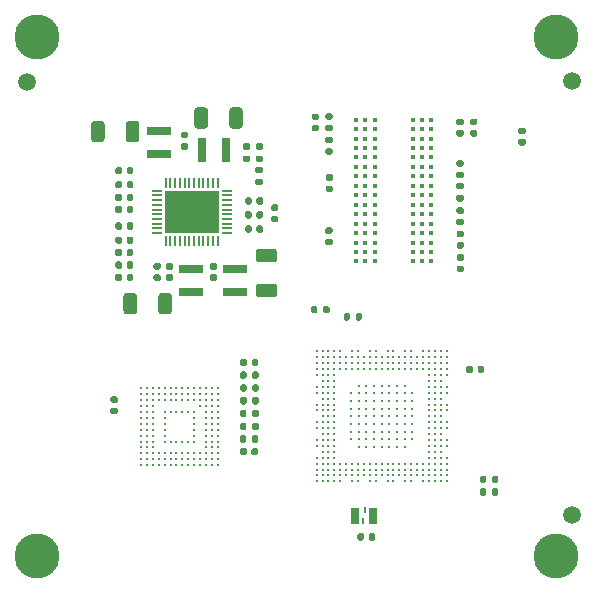
<source format=gbr>
%TF.GenerationSoftware,KiCad,Pcbnew,5.1.10-88a1d61d58~88~ubuntu20.04.1*%
%TF.CreationDate,2021-06-10T18:40:27+05:30*%
%TF.ProjectId,LB1A_DCA7M4_R512MB_F4GB,4c423141-5f44-4434-9137-4d345f523531,1.0.0*%
%TF.SameCoordinates,Original*%
%TF.FileFunction,Soldermask,Top*%
%TF.FilePolarity,Negative*%
%FSLAX46Y46*%
G04 Gerber Fmt 4.6, Leading zero omitted, Abs format (unit mm)*
G04 Created by KiCad (PCBNEW 5.1.10-88a1d61d58~88~ubuntu20.04.1) date 2021-06-10 18:40:27*
%MOMM*%
%LPD*%
G01*
G04 APERTURE LIST*
%ADD10C,0.240000*%
%ADD11C,3.800000*%
%ADD12C,0.410000*%
%ADD13C,1.500000*%
%ADD14R,0.200000X0.500000*%
%ADD15R,0.700000X1.400000*%
%ADD16R,0.200000X0.850000*%
%ADD17R,0.850000X0.200000*%
%ADD18R,4.600000X3.600000*%
%ADD19C,0.290000*%
%ADD20R,2.000000X0.800000*%
%ADD21R,0.800000X2.000000*%
G04 APERTURE END LIST*
D10*
%TO.C,U1*%
X152710000Y-96140000D03*
X152710000Y-96640000D03*
X152710000Y-97140000D03*
X152710000Y-97640000D03*
X152710000Y-98140000D03*
X152710000Y-99140000D03*
X152710000Y-99640000D03*
X152710000Y-100640000D03*
X152710000Y-101140000D03*
X152710000Y-102140000D03*
X152710000Y-102640000D03*
X152710000Y-103640000D03*
X152710000Y-104140000D03*
X152710000Y-105140000D03*
X152710000Y-105640000D03*
X152710000Y-106140000D03*
X152710000Y-106640000D03*
X152710000Y-107140000D03*
X152210000Y-96140000D03*
X152210000Y-96640000D03*
X152210000Y-97140000D03*
X152210000Y-97640000D03*
X152210000Y-98140000D03*
X152210000Y-98640000D03*
X152210000Y-99140000D03*
X152210000Y-99640000D03*
X152210000Y-100140000D03*
X152210000Y-100640000D03*
X152210000Y-101140000D03*
X152210000Y-101640000D03*
X152210000Y-102140000D03*
X152210000Y-102640000D03*
X152210000Y-103140000D03*
X152210000Y-103640000D03*
X152210000Y-104140000D03*
X152210000Y-104640000D03*
X152210000Y-105140000D03*
X152210000Y-105640000D03*
X152210000Y-106140000D03*
X152210000Y-106640000D03*
X152210000Y-107140000D03*
X151710000Y-96140000D03*
X151710000Y-96640000D03*
X151710000Y-97140000D03*
X151710000Y-97640000D03*
X151710000Y-98140000D03*
X151710000Y-98640000D03*
X151710000Y-99140000D03*
X151710000Y-99640000D03*
X151710000Y-100140000D03*
X151710000Y-100640000D03*
X151710000Y-101140000D03*
X151710000Y-101640000D03*
X151710000Y-102140000D03*
X151710000Y-102640000D03*
X151710000Y-103140000D03*
X151710000Y-103640000D03*
X151710000Y-104140000D03*
X151710000Y-104640000D03*
X151710000Y-105140000D03*
X151710000Y-105640000D03*
X151710000Y-106140000D03*
X151710000Y-106640000D03*
X151710000Y-107140000D03*
X151210000Y-96140000D03*
X151210000Y-96640000D03*
X151210000Y-97140000D03*
X151210000Y-97640000D03*
X151210000Y-98140000D03*
X151210000Y-98640000D03*
X151210000Y-99140000D03*
X151210000Y-99640000D03*
X151210000Y-100140000D03*
X151210000Y-100640000D03*
X151210000Y-101140000D03*
X151210000Y-101640000D03*
X151210000Y-102140000D03*
X151210000Y-102640000D03*
X151210000Y-103140000D03*
X151210000Y-103640000D03*
X151210000Y-104140000D03*
X151210000Y-104640000D03*
X151210000Y-105140000D03*
X151210000Y-105640000D03*
X151210000Y-106140000D03*
X151210000Y-106640000D03*
X151210000Y-107140000D03*
X150710000Y-96140000D03*
X150710000Y-96640000D03*
X150710000Y-97140000D03*
X150710000Y-97640000D03*
X150710000Y-105640000D03*
X150710000Y-106140000D03*
X150710000Y-106640000D03*
X150710000Y-107140000D03*
X150210000Y-96640000D03*
X150210000Y-97140000D03*
X150210000Y-97640000D03*
X150210000Y-105640000D03*
X150210000Y-106140000D03*
X150210000Y-106640000D03*
X149710000Y-96140000D03*
X149710000Y-96640000D03*
X149710000Y-97140000D03*
X149710000Y-97640000D03*
X149710000Y-105640000D03*
X149710000Y-106140000D03*
X149710000Y-106640000D03*
X149710000Y-107140000D03*
X149210000Y-96140000D03*
X149210000Y-96640000D03*
X149210000Y-97140000D03*
X149210000Y-97640000D03*
X149810000Y-99690000D03*
X149810000Y-100340000D03*
X149810000Y-100990000D03*
X149810000Y-101640000D03*
X149810000Y-102290000D03*
X149810000Y-102940000D03*
X149810000Y-103590000D03*
X149210000Y-105640000D03*
X149210000Y-106140000D03*
X149210000Y-106640000D03*
X149210000Y-107140000D03*
X148710000Y-96640000D03*
X148710000Y-97140000D03*
X148710000Y-97640000D03*
X149160000Y-99040000D03*
X149160000Y-99690000D03*
X149160000Y-100340000D03*
X149160000Y-100990000D03*
X149160000Y-101640000D03*
X149160000Y-102290000D03*
X149160000Y-102940000D03*
X149160000Y-103590000D03*
X149160000Y-104240000D03*
X148710000Y-105640000D03*
X148710000Y-106140000D03*
X148710000Y-106640000D03*
X148210000Y-96140000D03*
X148210000Y-96640000D03*
X148210000Y-97140000D03*
X148210000Y-97640000D03*
X148510000Y-99040000D03*
X148510000Y-99690000D03*
X148510000Y-100340000D03*
X148510000Y-100990000D03*
X148510000Y-101640000D03*
X148510000Y-102290000D03*
X148510000Y-102940000D03*
X148510000Y-103590000D03*
X148510000Y-104240000D03*
X148210000Y-105640000D03*
X148210000Y-106140000D03*
X148210000Y-106640000D03*
X148210000Y-107140000D03*
X147710000Y-96140000D03*
X147710000Y-96640000D03*
X147710000Y-97140000D03*
X147710000Y-97640000D03*
X147860000Y-99040000D03*
X147860000Y-99690000D03*
X147860000Y-100340000D03*
X147860000Y-100990000D03*
X147860000Y-101640000D03*
X147860000Y-102290000D03*
X147860000Y-102940000D03*
X147860000Y-103590000D03*
X147860000Y-104240000D03*
X147710000Y-105640000D03*
X147710000Y-106140000D03*
X147710000Y-106640000D03*
X147710000Y-107140000D03*
X147210000Y-96640000D03*
X147210000Y-97140000D03*
X147210000Y-97640000D03*
X147210000Y-99040000D03*
X147210000Y-99690000D03*
X147210000Y-100340000D03*
X147210000Y-100990000D03*
X147210000Y-101640000D03*
X147210000Y-102290000D03*
X147210000Y-102940000D03*
X147210000Y-103590000D03*
X147210000Y-104240000D03*
X147210000Y-105640000D03*
X147210000Y-106140000D03*
X147210000Y-106640000D03*
X146710000Y-96140000D03*
X146710000Y-96640000D03*
X146710000Y-97140000D03*
X146710000Y-97640000D03*
X146560000Y-99040000D03*
X146560000Y-99690000D03*
X146560000Y-100340000D03*
X146560000Y-100990000D03*
X146560000Y-101640000D03*
X146560000Y-102290000D03*
X146560000Y-102940000D03*
X146560000Y-103590000D03*
X146560000Y-104240000D03*
X146710000Y-105640000D03*
X146710000Y-106140000D03*
X146710000Y-106640000D03*
X146710000Y-107140000D03*
X146210000Y-96140000D03*
X146210000Y-96640000D03*
X146210000Y-97140000D03*
X146210000Y-97640000D03*
X145910000Y-99040000D03*
X145910000Y-99690000D03*
X145910000Y-100340000D03*
X145910000Y-100990000D03*
X145910000Y-101640000D03*
X145910000Y-102290000D03*
X145910000Y-102940000D03*
X145910000Y-103590000D03*
X145910000Y-104240000D03*
X146210000Y-105640000D03*
X146210000Y-106140000D03*
X146210000Y-106640000D03*
X146210000Y-107140000D03*
X145710000Y-96640000D03*
X145710000Y-97140000D03*
X145710000Y-97640000D03*
X145260000Y-99040000D03*
X145260000Y-99690000D03*
X145260000Y-100340000D03*
X145260000Y-100990000D03*
X145260000Y-101640000D03*
X145260000Y-102290000D03*
X145260000Y-102940000D03*
X145260000Y-103590000D03*
X145260000Y-104240000D03*
X145710000Y-105640000D03*
X145710000Y-106140000D03*
X145710000Y-106640000D03*
X145210000Y-96140000D03*
X145210000Y-96640000D03*
X145210000Y-97140000D03*
X145210000Y-97640000D03*
X144610000Y-99690000D03*
X144610000Y-100340000D03*
X144610000Y-100990000D03*
X144610000Y-101640000D03*
X144610000Y-102290000D03*
X144610000Y-102940000D03*
X144610000Y-103590000D03*
X145210000Y-105640000D03*
X145210000Y-106140000D03*
X145210000Y-106640000D03*
X145210000Y-107140000D03*
X144710000Y-96140000D03*
X144710000Y-96640000D03*
X144710000Y-97140000D03*
X144710000Y-97640000D03*
X144710000Y-105640000D03*
X144710000Y-106140000D03*
X144710000Y-106640000D03*
X144710000Y-107140000D03*
X144210000Y-96640000D03*
X144210000Y-97140000D03*
X144210000Y-97640000D03*
X144210000Y-105640000D03*
X144210000Y-106140000D03*
X144210000Y-106640000D03*
X143710000Y-96140000D03*
X143710000Y-96640000D03*
X143710000Y-97140000D03*
X143710000Y-97640000D03*
X143710000Y-105640000D03*
X143710000Y-106140000D03*
X143710000Y-106640000D03*
X143710000Y-107140000D03*
X143210000Y-96140000D03*
X143210000Y-96640000D03*
X143210000Y-97140000D03*
X143210000Y-97640000D03*
X143210000Y-98140000D03*
X143210000Y-98640000D03*
X143210000Y-99140000D03*
X143210000Y-99640000D03*
X143210000Y-100140000D03*
X143210000Y-100640000D03*
X143210000Y-101140000D03*
X143210000Y-101640000D03*
X143210000Y-102140000D03*
X143210000Y-102640000D03*
X143210000Y-103140000D03*
X143210000Y-103640000D03*
X143210000Y-104140000D03*
X143210000Y-104640000D03*
X143210000Y-105140000D03*
X143210000Y-105640000D03*
X143210000Y-106140000D03*
X143210000Y-106640000D03*
X143210000Y-107140000D03*
X142710000Y-96140000D03*
X142710000Y-96640000D03*
X142710000Y-97140000D03*
X142710000Y-97640000D03*
X142710000Y-98140000D03*
X142710000Y-98640000D03*
X142710000Y-99140000D03*
X142710000Y-99640000D03*
X142710000Y-100140000D03*
X142710000Y-100640000D03*
X142710000Y-101140000D03*
X142710000Y-101640000D03*
X142710000Y-102140000D03*
X142710000Y-102640000D03*
X142710000Y-103140000D03*
X142710000Y-103640000D03*
X142710000Y-104140000D03*
X142710000Y-104640000D03*
X142710000Y-105140000D03*
X142710000Y-105640000D03*
X142710000Y-106140000D03*
X142710000Y-106640000D03*
X142710000Y-107140000D03*
X142210000Y-96140000D03*
X142210000Y-96640000D03*
X142210000Y-97140000D03*
X142210000Y-97640000D03*
X142210000Y-98140000D03*
X142210000Y-98640000D03*
X142210000Y-99140000D03*
X142210000Y-99640000D03*
X142210000Y-100140000D03*
X142210000Y-100640000D03*
X142210000Y-101140000D03*
X142210000Y-101640000D03*
X142210000Y-102140000D03*
X142210000Y-102640000D03*
X142210000Y-103140000D03*
X142210000Y-103640000D03*
X142210000Y-104140000D03*
X142210000Y-104640000D03*
X142210000Y-105140000D03*
X142210000Y-105640000D03*
X142210000Y-106140000D03*
X142210000Y-106640000D03*
X142210000Y-107140000D03*
X141710000Y-96140000D03*
X141710000Y-96640000D03*
X141710000Y-97140000D03*
X141710000Y-97640000D03*
X141710000Y-98140000D03*
X141710000Y-99140000D03*
X141710000Y-99640000D03*
X141710000Y-100640000D03*
X141710000Y-101140000D03*
X141710000Y-102140000D03*
X141710000Y-102640000D03*
X141710000Y-103640000D03*
X141710000Y-104140000D03*
X141710000Y-105140000D03*
X141710000Y-105640000D03*
X141710000Y-106140000D03*
X141710000Y-106640000D03*
X141710000Y-107140000D03*
%TD*%
D11*
%TO.C,H4*%
X118000000Y-113500000D03*
%TD*%
%TO.C,H3*%
X162000000Y-113500000D03*
%TD*%
%TO.C,H2*%
X162000000Y-69500000D03*
%TD*%
%TO.C,H1*%
X118000000Y-69500000D03*
%TD*%
D10*
%TO.C,U1*%
X141710000Y-107140000D03*
X141710000Y-106640000D03*
X141710000Y-106140000D03*
X141710000Y-105640000D03*
X141710000Y-105140000D03*
X141710000Y-104140000D03*
X141710000Y-103640000D03*
X141710000Y-102640000D03*
X141710000Y-102140000D03*
X141710000Y-101140000D03*
X141710000Y-100640000D03*
X141710000Y-99640000D03*
X141710000Y-99140000D03*
X141710000Y-98140000D03*
X141710000Y-97640000D03*
X141710000Y-97140000D03*
X141710000Y-96640000D03*
X141710000Y-96140000D03*
X142210000Y-107140000D03*
X142210000Y-106640000D03*
X142210000Y-106140000D03*
X142210000Y-105640000D03*
X142210000Y-105140000D03*
X142210000Y-104640000D03*
X142210000Y-104140000D03*
X142210000Y-103640000D03*
X142210000Y-103140000D03*
X142210000Y-102640000D03*
X142210000Y-102140000D03*
X142210000Y-101640000D03*
X142210000Y-101140000D03*
X142210000Y-100640000D03*
X142210000Y-100140000D03*
X142210000Y-99640000D03*
X142210000Y-99140000D03*
X142210000Y-98640000D03*
X142210000Y-98140000D03*
X142210000Y-97640000D03*
X142210000Y-97140000D03*
X142210000Y-96640000D03*
X142210000Y-96140000D03*
X142710000Y-107140000D03*
X142710000Y-106640000D03*
X142710000Y-106140000D03*
X142710000Y-105640000D03*
X142710000Y-105140000D03*
X142710000Y-104640000D03*
X142710000Y-104140000D03*
X142710000Y-103640000D03*
X142710000Y-103140000D03*
X142710000Y-102640000D03*
X142710000Y-102140000D03*
X142710000Y-101640000D03*
X142710000Y-101140000D03*
X142710000Y-100640000D03*
X142710000Y-100140000D03*
X142710000Y-99640000D03*
X142710000Y-99140000D03*
X142710000Y-98640000D03*
X142710000Y-98140000D03*
X142710000Y-97640000D03*
X142710000Y-97140000D03*
X142710000Y-96640000D03*
X142710000Y-96140000D03*
X143210000Y-107140000D03*
X143210000Y-106640000D03*
X143210000Y-106140000D03*
X143210000Y-105640000D03*
X143210000Y-105140000D03*
X143210000Y-104640000D03*
X143210000Y-104140000D03*
X143210000Y-103640000D03*
X143210000Y-103140000D03*
X143210000Y-102640000D03*
X143210000Y-102140000D03*
X143210000Y-101640000D03*
X143210000Y-101140000D03*
X143210000Y-100640000D03*
X143210000Y-100140000D03*
X143210000Y-99640000D03*
X143210000Y-99140000D03*
X143210000Y-98640000D03*
X143210000Y-98140000D03*
X143210000Y-97640000D03*
X143210000Y-97140000D03*
X143210000Y-96640000D03*
X143210000Y-96140000D03*
X143710000Y-107140000D03*
X143710000Y-106640000D03*
X143710000Y-106140000D03*
X143710000Y-105640000D03*
X143710000Y-97640000D03*
X143710000Y-97140000D03*
X143710000Y-96640000D03*
X143710000Y-96140000D03*
X144210000Y-106640000D03*
X144210000Y-106140000D03*
X144210000Y-105640000D03*
X144210000Y-97640000D03*
X144210000Y-97140000D03*
X144210000Y-96640000D03*
X144710000Y-107140000D03*
X144710000Y-106640000D03*
X144710000Y-106140000D03*
X144710000Y-105640000D03*
X144710000Y-97640000D03*
X144710000Y-97140000D03*
X144710000Y-96640000D03*
X144710000Y-96140000D03*
X145210000Y-107140000D03*
X145210000Y-106640000D03*
X145210000Y-106140000D03*
X145210000Y-105640000D03*
X144610000Y-103590000D03*
X144610000Y-102940000D03*
X144610000Y-102290000D03*
X144610000Y-101640000D03*
X144610000Y-100990000D03*
X144610000Y-100340000D03*
X144610000Y-99690000D03*
X145210000Y-97640000D03*
X145210000Y-97140000D03*
X145210000Y-96640000D03*
X145210000Y-96140000D03*
X145710000Y-106640000D03*
X145710000Y-106140000D03*
X145710000Y-105640000D03*
X145260000Y-104240000D03*
X145260000Y-103590000D03*
X145260000Y-102940000D03*
X145260000Y-102290000D03*
X145260000Y-101640000D03*
X145260000Y-100990000D03*
X145260000Y-100340000D03*
X145260000Y-99690000D03*
X145260000Y-99040000D03*
X145710000Y-97640000D03*
X145710000Y-97140000D03*
X145710000Y-96640000D03*
X146210000Y-107140000D03*
X146210000Y-106640000D03*
X146210000Y-106140000D03*
X146210000Y-105640000D03*
X145910000Y-104240000D03*
X145910000Y-103590000D03*
X145910000Y-102940000D03*
X145910000Y-102290000D03*
X145910000Y-101640000D03*
X145910000Y-100990000D03*
X145910000Y-100340000D03*
X145910000Y-99690000D03*
X145910000Y-99040000D03*
X146210000Y-97640000D03*
X146210000Y-97140000D03*
X146210000Y-96640000D03*
X146210000Y-96140000D03*
X146710000Y-107140000D03*
X146710000Y-106640000D03*
X146710000Y-106140000D03*
X146710000Y-105640000D03*
X146560000Y-104240000D03*
X146560000Y-103590000D03*
X146560000Y-102940000D03*
X146560000Y-102290000D03*
X146560000Y-101640000D03*
X146560000Y-100990000D03*
X146560000Y-100340000D03*
X146560000Y-99690000D03*
X146560000Y-99040000D03*
X146710000Y-97640000D03*
X146710000Y-97140000D03*
X146710000Y-96640000D03*
X146710000Y-96140000D03*
X147210000Y-106640000D03*
X147210000Y-106140000D03*
X147210000Y-105640000D03*
X147210000Y-104240000D03*
X147210000Y-103590000D03*
X147210000Y-102940000D03*
X147210000Y-102290000D03*
X147210000Y-101640000D03*
X147210000Y-100990000D03*
X147210000Y-100340000D03*
X147210000Y-99690000D03*
X147210000Y-99040000D03*
X147210000Y-97640000D03*
X147210000Y-97140000D03*
X147210000Y-96640000D03*
X147710000Y-107140000D03*
X147710000Y-106640000D03*
X147710000Y-106140000D03*
X147710000Y-105640000D03*
X147860000Y-104240000D03*
X147860000Y-103590000D03*
X147860000Y-102940000D03*
X147860000Y-102290000D03*
X147860000Y-101640000D03*
X147860000Y-100990000D03*
X147860000Y-100340000D03*
X147860000Y-99690000D03*
X147860000Y-99040000D03*
X147710000Y-97640000D03*
X147710000Y-97140000D03*
X147710000Y-96640000D03*
X147710000Y-96140000D03*
X148210000Y-107140000D03*
X148210000Y-106640000D03*
X148210000Y-106140000D03*
X148210000Y-105640000D03*
X148510000Y-104240000D03*
X148510000Y-103590000D03*
X148510000Y-102940000D03*
X148510000Y-102290000D03*
X148510000Y-101640000D03*
X148510000Y-100990000D03*
X148510000Y-100340000D03*
X148510000Y-99690000D03*
X148510000Y-99040000D03*
X148210000Y-97640000D03*
X148210000Y-97140000D03*
X148210000Y-96640000D03*
X148210000Y-96140000D03*
X148710000Y-106640000D03*
X148710000Y-106140000D03*
X148710000Y-105640000D03*
X149160000Y-104240000D03*
X149160000Y-103590000D03*
X149160000Y-102940000D03*
X149160000Y-102290000D03*
X149160000Y-101640000D03*
X149160000Y-100990000D03*
X149160000Y-100340000D03*
X149160000Y-99690000D03*
X149160000Y-99040000D03*
X148710000Y-97640000D03*
X148710000Y-97140000D03*
X148710000Y-96640000D03*
X149210000Y-107140000D03*
X149210000Y-106640000D03*
X149210000Y-106140000D03*
X149210000Y-105640000D03*
X149810000Y-103590000D03*
X149810000Y-102940000D03*
X149810000Y-102290000D03*
X149810000Y-101640000D03*
X149810000Y-100990000D03*
X149810000Y-100340000D03*
X149810000Y-99690000D03*
X149210000Y-97640000D03*
X149210000Y-97140000D03*
X149210000Y-96640000D03*
X149210000Y-96140000D03*
X149710000Y-107140000D03*
X149710000Y-106640000D03*
X149710000Y-106140000D03*
X149710000Y-105640000D03*
X149710000Y-97640000D03*
X149710000Y-97140000D03*
X149710000Y-96640000D03*
X149710000Y-96140000D03*
X150210000Y-106640000D03*
X150210000Y-106140000D03*
X150210000Y-105640000D03*
X150210000Y-97640000D03*
X150210000Y-97140000D03*
X150210000Y-96640000D03*
X150710000Y-107140000D03*
X150710000Y-106640000D03*
X150710000Y-106140000D03*
X150710000Y-105640000D03*
X150710000Y-97640000D03*
X150710000Y-97140000D03*
X150710000Y-96640000D03*
X150710000Y-96140000D03*
X151210000Y-107140000D03*
X151210000Y-106640000D03*
X151210000Y-106140000D03*
X151210000Y-105640000D03*
X151210000Y-105140000D03*
X151210000Y-104640000D03*
X151210000Y-104140000D03*
X151210000Y-103640000D03*
X151210000Y-103140000D03*
X151210000Y-102640000D03*
X151210000Y-102140000D03*
X151210000Y-101640000D03*
X151210000Y-101140000D03*
X151210000Y-100640000D03*
X151210000Y-100140000D03*
X151210000Y-99640000D03*
X151210000Y-99140000D03*
X151210000Y-98640000D03*
X151210000Y-98140000D03*
X151210000Y-97640000D03*
X151210000Y-97140000D03*
X151210000Y-96640000D03*
X151210000Y-96140000D03*
X151710000Y-107140000D03*
X151710000Y-106640000D03*
X151710000Y-106140000D03*
X151710000Y-105640000D03*
X151710000Y-105140000D03*
X151710000Y-104640000D03*
X151710000Y-104140000D03*
X151710000Y-103640000D03*
X151710000Y-103140000D03*
X151710000Y-102640000D03*
X151710000Y-102140000D03*
X151710000Y-101640000D03*
X151710000Y-101140000D03*
X151710000Y-100640000D03*
X151710000Y-100140000D03*
X151710000Y-99640000D03*
X151710000Y-99140000D03*
X151710000Y-98640000D03*
X151710000Y-98140000D03*
X151710000Y-97640000D03*
X151710000Y-97140000D03*
X151710000Y-96640000D03*
X151710000Y-96140000D03*
X152210000Y-107140000D03*
X152210000Y-106640000D03*
X152210000Y-106140000D03*
X152210000Y-105640000D03*
X152210000Y-105140000D03*
X152210000Y-104640000D03*
X152210000Y-104140000D03*
X152210000Y-103640000D03*
X152210000Y-103140000D03*
X152210000Y-102640000D03*
X152210000Y-102140000D03*
X152210000Y-101640000D03*
X152210000Y-101140000D03*
X152210000Y-100640000D03*
X152210000Y-100140000D03*
X152210000Y-99640000D03*
X152210000Y-99140000D03*
X152210000Y-98640000D03*
X152210000Y-98140000D03*
X152210000Y-97640000D03*
X152210000Y-97140000D03*
X152210000Y-96640000D03*
X152210000Y-96140000D03*
X152710000Y-107140000D03*
X152710000Y-106640000D03*
X152710000Y-106140000D03*
X152710000Y-105640000D03*
X152710000Y-105140000D03*
X152710000Y-104140000D03*
X152710000Y-103640000D03*
X152710000Y-102640000D03*
X152710000Y-102140000D03*
X152710000Y-101140000D03*
X152710000Y-100640000D03*
X152710000Y-99640000D03*
X152710000Y-99140000D03*
X152710000Y-98140000D03*
X152710000Y-97640000D03*
X152710000Y-97140000D03*
X152710000Y-96640000D03*
X152710000Y-96140000D03*
%TD*%
D12*
%TO.C,U2*%
X145030000Y-76520000D03*
X145830000Y-76520000D03*
X146630000Y-76520000D03*
X149830000Y-76520000D03*
X150630000Y-76520000D03*
X151430000Y-76520000D03*
X145030000Y-77320000D03*
X145830000Y-77320000D03*
X146630000Y-77320000D03*
X149830000Y-77320000D03*
X150630000Y-77320000D03*
X151430000Y-77320000D03*
X145030000Y-78120000D03*
X145830000Y-78120000D03*
X146630000Y-78120000D03*
X149830000Y-78120000D03*
X150630000Y-78120000D03*
X151430000Y-78120000D03*
X145030000Y-78920000D03*
X145830000Y-78920000D03*
X146630000Y-78920000D03*
X149830000Y-78920000D03*
X150630000Y-78920000D03*
X151430000Y-78920000D03*
X145030000Y-79720000D03*
X145830000Y-79720000D03*
X146630000Y-79720000D03*
X149830000Y-79720000D03*
X150630000Y-79720000D03*
X151430000Y-79720000D03*
X145030000Y-80520000D03*
X145830000Y-80520000D03*
X146630000Y-80520000D03*
X149830000Y-80520000D03*
X150630000Y-80520000D03*
X151430000Y-80520000D03*
X145030000Y-81320000D03*
X145830000Y-81320000D03*
X146630000Y-81320000D03*
X149830000Y-81320000D03*
X150630000Y-81320000D03*
X151430000Y-81320000D03*
X145030000Y-82120000D03*
X145830000Y-82120000D03*
X146630000Y-82120000D03*
X149830000Y-82120000D03*
X150630000Y-82120000D03*
X151430000Y-82120000D03*
X145030000Y-82920000D03*
X145830000Y-82920000D03*
X146630000Y-82920000D03*
X149830000Y-82920000D03*
X150630000Y-82920000D03*
X151430000Y-82920000D03*
X145030000Y-83720000D03*
X145830000Y-83720000D03*
X146630000Y-83720000D03*
X149830000Y-83720000D03*
X150630000Y-83720000D03*
X151430000Y-83720000D03*
X145030000Y-84520000D03*
X145830000Y-84520000D03*
X146630000Y-84520000D03*
X149830000Y-84520000D03*
X150630000Y-84520000D03*
X151430000Y-84520000D03*
X145030000Y-85320000D03*
X145830000Y-85320000D03*
X146630000Y-85320000D03*
X149830000Y-85320000D03*
X150630000Y-85320000D03*
X151430000Y-85320000D03*
X145030000Y-86120000D03*
X145830000Y-86120000D03*
X146630000Y-86120000D03*
X149830000Y-86120000D03*
X150630000Y-86120000D03*
X151430000Y-86120000D03*
X145030000Y-86920000D03*
X145830000Y-86920000D03*
X146630000Y-86920000D03*
X149830000Y-86920000D03*
X150630000Y-86920000D03*
X151430000Y-86920000D03*
X145030000Y-87720000D03*
X145830000Y-87720000D03*
X146630000Y-87720000D03*
X149830000Y-87720000D03*
X150630000Y-87720000D03*
X151430000Y-87720000D03*
X145030000Y-88520000D03*
X145830000Y-88520000D03*
X146630000Y-88520000D03*
X149830000Y-88520000D03*
X150630000Y-88520000D03*
X151430000Y-88520000D03*
%TD*%
%TO.C,R6*%
G36*
G01*
X156550000Y-107155000D02*
X156550000Y-106785000D01*
G75*
G02*
X156685000Y-106650000I135000J0D01*
G01*
X156955000Y-106650000D01*
G75*
G02*
X157090000Y-106785000I0J-135000D01*
G01*
X157090000Y-107155000D01*
G75*
G02*
X156955000Y-107290000I-135000J0D01*
G01*
X156685000Y-107290000D01*
G75*
G02*
X156550000Y-107155000I0J135000D01*
G01*
G37*
G36*
G01*
X155530000Y-107155000D02*
X155530000Y-106785000D01*
G75*
G02*
X155665000Y-106650000I135000J0D01*
G01*
X155935000Y-106650000D01*
G75*
G02*
X156070000Y-106785000I0J-135000D01*
G01*
X156070000Y-107155000D01*
G75*
G02*
X155935000Y-107290000I-135000J0D01*
G01*
X155665000Y-107290000D01*
G75*
G02*
X155530000Y-107155000I0J135000D01*
G01*
G37*
%TD*%
%TO.C,C77*%
G36*
G01*
X146120000Y-112020000D02*
X146120000Y-111680000D01*
G75*
G02*
X146260000Y-111540000I140000J0D01*
G01*
X146540000Y-111540000D01*
G75*
G02*
X146680000Y-111680000I0J-140000D01*
G01*
X146680000Y-112020000D01*
G75*
G02*
X146540000Y-112160000I-140000J0D01*
G01*
X146260000Y-112160000D01*
G75*
G02*
X146120000Y-112020000I0J140000D01*
G01*
G37*
G36*
G01*
X145160000Y-112020000D02*
X145160000Y-111680000D01*
G75*
G02*
X145300000Y-111540000I140000J0D01*
G01*
X145580000Y-111540000D01*
G75*
G02*
X145720000Y-111680000I0J-140000D01*
G01*
X145720000Y-112020000D01*
G75*
G02*
X145580000Y-112160000I-140000J0D01*
G01*
X145300000Y-112160000D01*
G75*
G02*
X145160000Y-112020000I0J140000D01*
G01*
G37*
%TD*%
D13*
%TO.C,FID3*%
X163300000Y-109990000D03*
%TD*%
%TO.C,FID2*%
X163310000Y-73210000D03*
%TD*%
%TO.C,FID1*%
X117180000Y-73360000D03*
%TD*%
D14*
%TO.C,X1*%
X145640000Y-110490000D03*
X145840000Y-109590000D03*
D15*
X146490000Y-110040000D03*
X144990000Y-110040000D03*
%TD*%
D16*
%TO.C,U4*%
X133330000Y-81880000D03*
X132930000Y-81880000D03*
X132530000Y-81880000D03*
X132130000Y-81880000D03*
X131730000Y-81880000D03*
X131330000Y-81880000D03*
X130930000Y-81880000D03*
X130530000Y-81880000D03*
X130130000Y-81880000D03*
X129730000Y-81880000D03*
X129330000Y-81880000D03*
X128930000Y-81880000D03*
D17*
X128180000Y-82530000D03*
X128180000Y-82930000D03*
X128180000Y-83330000D03*
X128180000Y-83730000D03*
X128180000Y-84130000D03*
X128180000Y-84530000D03*
X128180000Y-84930000D03*
X128180000Y-85330000D03*
X128180000Y-85730000D03*
X128180000Y-86130000D03*
D16*
X128930000Y-86780000D03*
X129330000Y-86780000D03*
X129730000Y-86780000D03*
X130130000Y-86780000D03*
X130530000Y-86780000D03*
X130930000Y-86780000D03*
X131330000Y-86780000D03*
X131730000Y-86780000D03*
X132130000Y-86780000D03*
X132530000Y-86780000D03*
X132930000Y-86780000D03*
X133330000Y-86780000D03*
D17*
X134080000Y-86130000D03*
X134080000Y-85730000D03*
X134080000Y-85330000D03*
X134080000Y-84930000D03*
X134080000Y-84530000D03*
X134080000Y-84130000D03*
X134080000Y-83730000D03*
X134080000Y-83330000D03*
X134080000Y-82930000D03*
X134080000Y-82530000D03*
D18*
X131130000Y-84330000D03*
%TD*%
D19*
%TO.C,U3*%
X133340000Y-99270000D03*
X133340000Y-99770000D03*
X133340000Y-100270000D03*
X133340000Y-100770000D03*
X133340000Y-101270000D03*
X133340000Y-101770000D03*
X133340000Y-102270000D03*
X133340000Y-102770000D03*
X133340000Y-103270000D03*
X133340000Y-103770000D03*
X133340000Y-104270000D03*
X133340000Y-104770000D03*
X133340000Y-105270000D03*
X133340000Y-105770000D03*
X132840000Y-99270000D03*
X132840000Y-99770000D03*
X132840000Y-100270000D03*
X132840000Y-100770000D03*
X132840000Y-101270000D03*
X132840000Y-101770000D03*
X132840000Y-102270000D03*
X132840000Y-102770000D03*
X132840000Y-103270000D03*
X132840000Y-103770000D03*
X132840000Y-104270000D03*
X132840000Y-104770000D03*
X132840000Y-105270000D03*
X132840000Y-105770000D03*
X132340000Y-99270000D03*
X132340000Y-99770000D03*
X132340000Y-100270000D03*
X132340000Y-100770000D03*
X132340000Y-101270000D03*
X132340000Y-101770000D03*
X132340000Y-102270000D03*
X132340000Y-102770000D03*
X132340000Y-103270000D03*
X132340000Y-103770000D03*
X132340000Y-104270000D03*
X132340000Y-104770000D03*
X132340000Y-105270000D03*
X132340000Y-105770000D03*
X131840000Y-99270000D03*
X131840000Y-99770000D03*
X131840000Y-100270000D03*
X131840000Y-100770000D03*
X131840000Y-104770000D03*
X131840000Y-105270000D03*
X131840000Y-105770000D03*
X131340000Y-99270000D03*
X131340000Y-99770000D03*
X131340000Y-100270000D03*
X131340000Y-101270000D03*
X131340000Y-101770000D03*
X131340000Y-102270000D03*
X131340000Y-102770000D03*
X131340000Y-103270000D03*
X131340000Y-103770000D03*
X131340000Y-104770000D03*
X131340000Y-105270000D03*
X131340000Y-105770000D03*
X130840000Y-99270000D03*
X130840000Y-99770000D03*
X130840000Y-100270000D03*
X130840000Y-101270000D03*
X130840000Y-103770000D03*
X130840000Y-104770000D03*
X130840000Y-105270000D03*
X130840000Y-105770000D03*
X130340000Y-99270000D03*
X130340000Y-99770000D03*
X130340000Y-100270000D03*
X130340000Y-101270000D03*
X130340000Y-103770000D03*
X130340000Y-104770000D03*
X130340000Y-105270000D03*
X130340000Y-105770000D03*
X129840000Y-99270000D03*
X129840000Y-99770000D03*
X129840000Y-100270000D03*
X129840000Y-101270000D03*
X129840000Y-103770000D03*
X129840000Y-104770000D03*
X129840000Y-105270000D03*
X129840000Y-105770000D03*
X129340000Y-99270000D03*
X129340000Y-99770000D03*
X129340000Y-100270000D03*
X129340000Y-101270000D03*
X129340000Y-103770000D03*
X129340000Y-104770000D03*
X129340000Y-105270000D03*
X129340000Y-105770000D03*
X128840000Y-99270000D03*
X128840000Y-99770000D03*
X128840000Y-100270000D03*
X128840000Y-101270000D03*
X128840000Y-101770000D03*
X128840000Y-102270000D03*
X128840000Y-102770000D03*
X128840000Y-103270000D03*
X128840000Y-103770000D03*
X128840000Y-104770000D03*
X128840000Y-105270000D03*
X128840000Y-105770000D03*
X128340000Y-99270000D03*
X128340000Y-99770000D03*
X128340000Y-100270000D03*
X128340000Y-104770000D03*
X128340000Y-105270000D03*
X128340000Y-105770000D03*
X127840000Y-99270000D03*
X127840000Y-99770000D03*
X127840000Y-100270000D03*
X127840000Y-100770000D03*
X127840000Y-101270000D03*
X127840000Y-101770000D03*
X127840000Y-102270000D03*
X127840000Y-102770000D03*
X127840000Y-103270000D03*
X127840000Y-103770000D03*
X127840000Y-104270000D03*
X127840000Y-104770000D03*
X127840000Y-105270000D03*
X127840000Y-105770000D03*
X127340000Y-99270000D03*
X127340000Y-99770000D03*
X127340000Y-100270000D03*
X127340000Y-100770000D03*
X127340000Y-101270000D03*
X127340000Y-101770000D03*
X127340000Y-102270000D03*
X127340000Y-102770000D03*
X127340000Y-103270000D03*
X127340000Y-103770000D03*
X127340000Y-104270000D03*
X127340000Y-104770000D03*
X127340000Y-105270000D03*
X127340000Y-105770000D03*
X126840000Y-99270000D03*
X126840000Y-99770000D03*
X126840000Y-100270000D03*
X126840000Y-100770000D03*
X126840000Y-101270000D03*
X126840000Y-101770000D03*
X126840000Y-102270000D03*
X126840000Y-102770000D03*
X126840000Y-103270000D03*
X126840000Y-103770000D03*
X126840000Y-104270000D03*
X126840000Y-104770000D03*
X126840000Y-105270000D03*
X126840000Y-105770000D03*
%TD*%
%TO.C,R46*%
G36*
G01*
X136655000Y-81540000D02*
X137025000Y-81540000D01*
G75*
G02*
X137160000Y-81675000I0J-135000D01*
G01*
X137160000Y-81945000D01*
G75*
G02*
X137025000Y-82080000I-135000J0D01*
G01*
X136655000Y-82080000D01*
G75*
G02*
X136520000Y-81945000I0J135000D01*
G01*
X136520000Y-81675000D01*
G75*
G02*
X136655000Y-81540000I135000J0D01*
G01*
G37*
G36*
G01*
X136655000Y-80520000D02*
X137025000Y-80520000D01*
G75*
G02*
X137160000Y-80655000I0J-135000D01*
G01*
X137160000Y-80925000D01*
G75*
G02*
X137025000Y-81060000I-135000J0D01*
G01*
X136655000Y-81060000D01*
G75*
G02*
X136520000Y-80925000I0J135000D01*
G01*
X136520000Y-80655000D01*
G75*
G02*
X136655000Y-80520000I135000J0D01*
G01*
G37*
%TD*%
%TO.C,R43*%
G36*
G01*
X135760000Y-103375000D02*
X135760000Y-103745000D01*
G75*
G02*
X135625000Y-103880000I-135000J0D01*
G01*
X135355000Y-103880000D01*
G75*
G02*
X135220000Y-103745000I0J135000D01*
G01*
X135220000Y-103375000D01*
G75*
G02*
X135355000Y-103240000I135000J0D01*
G01*
X135625000Y-103240000D01*
G75*
G02*
X135760000Y-103375000I0J-135000D01*
G01*
G37*
G36*
G01*
X136780000Y-103375000D02*
X136780000Y-103745000D01*
G75*
G02*
X136645000Y-103880000I-135000J0D01*
G01*
X136375000Y-103880000D01*
G75*
G02*
X136240000Y-103745000I0J135000D01*
G01*
X136240000Y-103375000D01*
G75*
G02*
X136375000Y-103240000I135000J0D01*
G01*
X136645000Y-103240000D01*
G75*
G02*
X136780000Y-103375000I0J-135000D01*
G01*
G37*
%TD*%
%TO.C,R40*%
G36*
G01*
X135780000Y-99055000D02*
X135780000Y-99425000D01*
G75*
G02*
X135645000Y-99560000I-135000J0D01*
G01*
X135375000Y-99560000D01*
G75*
G02*
X135240000Y-99425000I0J135000D01*
G01*
X135240000Y-99055000D01*
G75*
G02*
X135375000Y-98920000I135000J0D01*
G01*
X135645000Y-98920000D01*
G75*
G02*
X135780000Y-99055000I0J-135000D01*
G01*
G37*
G36*
G01*
X136800000Y-99055000D02*
X136800000Y-99425000D01*
G75*
G02*
X136665000Y-99560000I-135000J0D01*
G01*
X136395000Y-99560000D01*
G75*
G02*
X136260000Y-99425000I0J135000D01*
G01*
X136260000Y-99055000D01*
G75*
G02*
X136395000Y-98920000I135000J0D01*
G01*
X136665000Y-98920000D01*
G75*
G02*
X136800000Y-99055000I0J-135000D01*
G01*
G37*
%TD*%
%TO.C,R39*%
G36*
G01*
X135780000Y-97965000D02*
X135780000Y-98335000D01*
G75*
G02*
X135645000Y-98470000I-135000J0D01*
G01*
X135375000Y-98470000D01*
G75*
G02*
X135240000Y-98335000I0J135000D01*
G01*
X135240000Y-97965000D01*
G75*
G02*
X135375000Y-97830000I135000J0D01*
G01*
X135645000Y-97830000D01*
G75*
G02*
X135780000Y-97965000I0J-135000D01*
G01*
G37*
G36*
G01*
X136800000Y-97965000D02*
X136800000Y-98335000D01*
G75*
G02*
X136665000Y-98470000I-135000J0D01*
G01*
X136395000Y-98470000D01*
G75*
G02*
X136260000Y-98335000I0J135000D01*
G01*
X136260000Y-97965000D01*
G75*
G02*
X136395000Y-97830000I135000J0D01*
G01*
X136665000Y-97830000D01*
G75*
G02*
X136800000Y-97965000I0J-135000D01*
G01*
G37*
%TD*%
%TO.C,R38*%
G36*
G01*
X135770000Y-102305000D02*
X135770000Y-102675000D01*
G75*
G02*
X135635000Y-102810000I-135000J0D01*
G01*
X135365000Y-102810000D01*
G75*
G02*
X135230000Y-102675000I0J135000D01*
G01*
X135230000Y-102305000D01*
G75*
G02*
X135365000Y-102170000I135000J0D01*
G01*
X135635000Y-102170000D01*
G75*
G02*
X135770000Y-102305000I0J-135000D01*
G01*
G37*
G36*
G01*
X136790000Y-102305000D02*
X136790000Y-102675000D01*
G75*
G02*
X136655000Y-102810000I-135000J0D01*
G01*
X136385000Y-102810000D01*
G75*
G02*
X136250000Y-102675000I0J135000D01*
G01*
X136250000Y-102305000D01*
G75*
G02*
X136385000Y-102170000I135000J0D01*
G01*
X136655000Y-102170000D01*
G75*
G02*
X136790000Y-102305000I0J-135000D01*
G01*
G37*
%TD*%
%TO.C,R37*%
G36*
G01*
X135770000Y-101215000D02*
X135770000Y-101585000D01*
G75*
G02*
X135635000Y-101720000I-135000J0D01*
G01*
X135365000Y-101720000D01*
G75*
G02*
X135230000Y-101585000I0J135000D01*
G01*
X135230000Y-101215000D01*
G75*
G02*
X135365000Y-101080000I135000J0D01*
G01*
X135635000Y-101080000D01*
G75*
G02*
X135770000Y-101215000I0J-135000D01*
G01*
G37*
G36*
G01*
X136790000Y-101215000D02*
X136790000Y-101585000D01*
G75*
G02*
X136655000Y-101720000I-135000J0D01*
G01*
X136385000Y-101720000D01*
G75*
G02*
X136250000Y-101585000I0J135000D01*
G01*
X136250000Y-101215000D01*
G75*
G02*
X136385000Y-101080000I135000J0D01*
G01*
X136655000Y-101080000D01*
G75*
G02*
X136790000Y-101215000I0J-135000D01*
G01*
G37*
%TD*%
%TO.C,R36*%
G36*
G01*
X135780000Y-100135000D02*
X135780000Y-100505000D01*
G75*
G02*
X135645000Y-100640000I-135000J0D01*
G01*
X135375000Y-100640000D01*
G75*
G02*
X135240000Y-100505000I0J135000D01*
G01*
X135240000Y-100135000D01*
G75*
G02*
X135375000Y-100000000I135000J0D01*
G01*
X135645000Y-100000000D01*
G75*
G02*
X135780000Y-100135000I0J-135000D01*
G01*
G37*
G36*
G01*
X136800000Y-100135000D02*
X136800000Y-100505000D01*
G75*
G02*
X136665000Y-100640000I-135000J0D01*
G01*
X136395000Y-100640000D01*
G75*
G02*
X136260000Y-100505000I0J135000D01*
G01*
X136260000Y-100135000D01*
G75*
G02*
X136395000Y-100000000I135000J0D01*
G01*
X136665000Y-100000000D01*
G75*
G02*
X136800000Y-100135000I0J-135000D01*
G01*
G37*
%TD*%
%TO.C,R34*%
G36*
G01*
X154035000Y-82430000D02*
X153665000Y-82430000D01*
G75*
G02*
X153530000Y-82295000I0J135000D01*
G01*
X153530000Y-82025000D01*
G75*
G02*
X153665000Y-81890000I135000J0D01*
G01*
X154035000Y-81890000D01*
G75*
G02*
X154170000Y-82025000I0J-135000D01*
G01*
X154170000Y-82295000D01*
G75*
G02*
X154035000Y-82430000I-135000J0D01*
G01*
G37*
G36*
G01*
X154035000Y-83450000D02*
X153665000Y-83450000D01*
G75*
G02*
X153530000Y-83315000I0J135000D01*
G01*
X153530000Y-83045000D01*
G75*
G02*
X153665000Y-82910000I135000J0D01*
G01*
X154035000Y-82910000D01*
G75*
G02*
X154170000Y-83045000I0J-135000D01*
G01*
X154170000Y-83315000D01*
G75*
G02*
X154035000Y-83450000I-135000J0D01*
G01*
G37*
%TD*%
%TO.C,R27*%
G36*
G01*
X141780000Y-92425000D02*
X141780000Y-92795000D01*
G75*
G02*
X141645000Y-92930000I-135000J0D01*
G01*
X141375000Y-92930000D01*
G75*
G02*
X141240000Y-92795000I0J135000D01*
G01*
X141240000Y-92425000D01*
G75*
G02*
X141375000Y-92290000I135000J0D01*
G01*
X141645000Y-92290000D01*
G75*
G02*
X141780000Y-92425000I0J-135000D01*
G01*
G37*
G36*
G01*
X142800000Y-92425000D02*
X142800000Y-92795000D01*
G75*
G02*
X142665000Y-92930000I-135000J0D01*
G01*
X142395000Y-92930000D01*
G75*
G02*
X142260000Y-92795000I0J135000D01*
G01*
X142260000Y-92425000D01*
G75*
G02*
X142395000Y-92290000I135000J0D01*
G01*
X142665000Y-92290000D01*
G75*
G02*
X142800000Y-92425000I0J-135000D01*
G01*
G37*
%TD*%
%TO.C,R5*%
G36*
G01*
X136670000Y-79555000D02*
X137040000Y-79555000D01*
G75*
G02*
X137175000Y-79690000I0J-135000D01*
G01*
X137175000Y-79960000D01*
G75*
G02*
X137040000Y-80095000I-135000J0D01*
G01*
X136670000Y-80095000D01*
G75*
G02*
X136535000Y-79960000I0J135000D01*
G01*
X136535000Y-79690000D01*
G75*
G02*
X136670000Y-79555000I135000J0D01*
G01*
G37*
G36*
G01*
X136670000Y-78535000D02*
X137040000Y-78535000D01*
G75*
G02*
X137175000Y-78670000I0J-135000D01*
G01*
X137175000Y-78940000D01*
G75*
G02*
X137040000Y-79075000I-135000J0D01*
G01*
X136670000Y-79075000D01*
G75*
G02*
X136535000Y-78940000I0J135000D01*
G01*
X136535000Y-78670000D01*
G75*
G02*
X136670000Y-78535000I135000J0D01*
G01*
G37*
%TD*%
%TO.C,R4*%
G36*
G01*
X135595000Y-79555000D02*
X135965000Y-79555000D01*
G75*
G02*
X136100000Y-79690000I0J-135000D01*
G01*
X136100000Y-79960000D01*
G75*
G02*
X135965000Y-80095000I-135000J0D01*
G01*
X135595000Y-80095000D01*
G75*
G02*
X135460000Y-79960000I0J135000D01*
G01*
X135460000Y-79690000D01*
G75*
G02*
X135595000Y-79555000I135000J0D01*
G01*
G37*
G36*
G01*
X135595000Y-78535000D02*
X135965000Y-78535000D01*
G75*
G02*
X136100000Y-78670000I0J-135000D01*
G01*
X136100000Y-78940000D01*
G75*
G02*
X135965000Y-79075000I-135000J0D01*
G01*
X135595000Y-79075000D01*
G75*
G02*
X135460000Y-78940000I0J135000D01*
G01*
X135460000Y-78670000D01*
G75*
G02*
X135595000Y-78535000I135000J0D01*
G01*
G37*
%TD*%
%TO.C,R3*%
G36*
G01*
X156550000Y-108225000D02*
X156550000Y-107855000D01*
G75*
G02*
X156685000Y-107720000I135000J0D01*
G01*
X156955000Y-107720000D01*
G75*
G02*
X157090000Y-107855000I0J-135000D01*
G01*
X157090000Y-108225000D01*
G75*
G02*
X156955000Y-108360000I-135000J0D01*
G01*
X156685000Y-108360000D01*
G75*
G02*
X156550000Y-108225000I0J135000D01*
G01*
G37*
G36*
G01*
X155530000Y-108225000D02*
X155530000Y-107855000D01*
G75*
G02*
X155665000Y-107720000I135000J0D01*
G01*
X155935000Y-107720000D01*
G75*
G02*
X156070000Y-107855000I0J-135000D01*
G01*
X156070000Y-108225000D01*
G75*
G02*
X155935000Y-108360000I-135000J0D01*
G01*
X155665000Y-108360000D01*
G75*
G02*
X155530000Y-108225000I0J135000D01*
G01*
G37*
%TD*%
%TO.C,R1*%
G36*
G01*
X144530000Y-93025000D02*
X144530000Y-93395000D01*
G75*
G02*
X144395000Y-93530000I-135000J0D01*
G01*
X144125000Y-93530000D01*
G75*
G02*
X143990000Y-93395000I0J135000D01*
G01*
X143990000Y-93025000D01*
G75*
G02*
X144125000Y-92890000I135000J0D01*
G01*
X144395000Y-92890000D01*
G75*
G02*
X144530000Y-93025000I0J-135000D01*
G01*
G37*
G36*
G01*
X145550000Y-93025000D02*
X145550000Y-93395000D01*
G75*
G02*
X145415000Y-93530000I-135000J0D01*
G01*
X145145000Y-93530000D01*
G75*
G02*
X145010000Y-93395000I0J135000D01*
G01*
X145010000Y-93025000D01*
G75*
G02*
X145145000Y-92890000I135000J0D01*
G01*
X145415000Y-92890000D01*
G75*
G02*
X145550000Y-93025000I0J-135000D01*
G01*
G37*
%TD*%
D20*
%TO.C,L4*%
X131105000Y-89130000D03*
X131105000Y-91130000D03*
%TD*%
%TO.C,L3*%
X134830000Y-89130000D03*
X134830000Y-91130000D03*
%TD*%
%TO.C,L2*%
X128380000Y-79455000D03*
X128380000Y-77455000D03*
%TD*%
D21*
%TO.C,L1*%
X132030000Y-79055000D03*
X134030000Y-79055000D03*
%TD*%
%TO.C,C62*%
G36*
G01*
X136610000Y-83575000D02*
X136610000Y-83235000D01*
G75*
G02*
X136750000Y-83095000I140000J0D01*
G01*
X137030000Y-83095000D01*
G75*
G02*
X137170000Y-83235000I0J-140000D01*
G01*
X137170000Y-83575000D01*
G75*
G02*
X137030000Y-83715000I-140000J0D01*
G01*
X136750000Y-83715000D01*
G75*
G02*
X136610000Y-83575000I0J140000D01*
G01*
G37*
G36*
G01*
X135650000Y-83575000D02*
X135650000Y-83235000D01*
G75*
G02*
X135790000Y-83095000I140000J0D01*
G01*
X136070000Y-83095000D01*
G75*
G02*
X136210000Y-83235000I0J-140000D01*
G01*
X136210000Y-83575000D01*
G75*
G02*
X136070000Y-83715000I-140000J0D01*
G01*
X135790000Y-83715000D01*
G75*
G02*
X135650000Y-83575000I0J140000D01*
G01*
G37*
%TD*%
%TO.C,C61*%
G36*
G01*
X125225000Y-88660000D02*
X125225000Y-89000000D01*
G75*
G02*
X125085000Y-89140000I-140000J0D01*
G01*
X124805000Y-89140000D01*
G75*
G02*
X124665000Y-89000000I0J140000D01*
G01*
X124665000Y-88660000D01*
G75*
G02*
X124805000Y-88520000I140000J0D01*
G01*
X125085000Y-88520000D01*
G75*
G02*
X125225000Y-88660000I0J-140000D01*
G01*
G37*
G36*
G01*
X126185000Y-88660000D02*
X126185000Y-89000000D01*
G75*
G02*
X126045000Y-89140000I-140000J0D01*
G01*
X125765000Y-89140000D01*
G75*
G02*
X125625000Y-89000000I0J140000D01*
G01*
X125625000Y-88660000D01*
G75*
G02*
X125765000Y-88520000I140000J0D01*
G01*
X126045000Y-88520000D01*
G75*
G02*
X126185000Y-88660000I0J-140000D01*
G01*
G37*
%TD*%
%TO.C,C60*%
G36*
G01*
X125225000Y-87610000D02*
X125225000Y-87950000D01*
G75*
G02*
X125085000Y-88090000I-140000J0D01*
G01*
X124805000Y-88090000D01*
G75*
G02*
X124665000Y-87950000I0J140000D01*
G01*
X124665000Y-87610000D01*
G75*
G02*
X124805000Y-87470000I140000J0D01*
G01*
X125085000Y-87470000D01*
G75*
G02*
X125225000Y-87610000I0J-140000D01*
G01*
G37*
G36*
G01*
X126185000Y-87610000D02*
X126185000Y-87950000D01*
G75*
G02*
X126045000Y-88090000I-140000J0D01*
G01*
X125765000Y-88090000D01*
G75*
G02*
X125625000Y-87950000I0J140000D01*
G01*
X125625000Y-87610000D01*
G75*
G02*
X125765000Y-87470000I140000J0D01*
G01*
X126045000Y-87470000D01*
G75*
G02*
X126185000Y-87610000I0J-140000D01*
G01*
G37*
%TD*%
%TO.C,C59*%
G36*
G01*
X136610000Y-84750000D02*
X136610000Y-84410000D01*
G75*
G02*
X136750000Y-84270000I140000J0D01*
G01*
X137030000Y-84270000D01*
G75*
G02*
X137170000Y-84410000I0J-140000D01*
G01*
X137170000Y-84750000D01*
G75*
G02*
X137030000Y-84890000I-140000J0D01*
G01*
X136750000Y-84890000D01*
G75*
G02*
X136610000Y-84750000I0J140000D01*
G01*
G37*
G36*
G01*
X135650000Y-84750000D02*
X135650000Y-84410000D01*
G75*
G02*
X135790000Y-84270000I140000J0D01*
G01*
X136070000Y-84270000D01*
G75*
G02*
X136210000Y-84410000I0J-140000D01*
G01*
X136210000Y-84750000D01*
G75*
G02*
X136070000Y-84890000I-140000J0D01*
G01*
X135790000Y-84890000D01*
G75*
G02*
X135650000Y-84750000I0J140000D01*
G01*
G37*
%TD*%
%TO.C,C58*%
G36*
G01*
X125235000Y-82935000D02*
X125235000Y-83275000D01*
G75*
G02*
X125095000Y-83415000I-140000J0D01*
G01*
X124815000Y-83415000D01*
G75*
G02*
X124675000Y-83275000I0J140000D01*
G01*
X124675000Y-82935000D01*
G75*
G02*
X124815000Y-82795000I140000J0D01*
G01*
X125095000Y-82795000D01*
G75*
G02*
X125235000Y-82935000I0J-140000D01*
G01*
G37*
G36*
G01*
X126195000Y-82935000D02*
X126195000Y-83275000D01*
G75*
G02*
X126055000Y-83415000I-140000J0D01*
G01*
X125775000Y-83415000D01*
G75*
G02*
X125635000Y-83275000I0J140000D01*
G01*
X125635000Y-82935000D01*
G75*
G02*
X125775000Y-82795000I140000J0D01*
G01*
X126055000Y-82795000D01*
G75*
G02*
X126195000Y-82935000I0J-140000D01*
G01*
G37*
%TD*%
%TO.C,C57*%
G36*
G01*
X125225000Y-85360000D02*
X125225000Y-85700000D01*
G75*
G02*
X125085000Y-85840000I-140000J0D01*
G01*
X124805000Y-85840000D01*
G75*
G02*
X124665000Y-85700000I0J140000D01*
G01*
X124665000Y-85360000D01*
G75*
G02*
X124805000Y-85220000I140000J0D01*
G01*
X125085000Y-85220000D01*
G75*
G02*
X125225000Y-85360000I0J-140000D01*
G01*
G37*
G36*
G01*
X126185000Y-85360000D02*
X126185000Y-85700000D01*
G75*
G02*
X126045000Y-85840000I-140000J0D01*
G01*
X125765000Y-85840000D01*
G75*
G02*
X125625000Y-85700000I0J140000D01*
G01*
X125625000Y-85360000D01*
G75*
G02*
X125765000Y-85220000I140000J0D01*
G01*
X126045000Y-85220000D01*
G75*
G02*
X126185000Y-85360000I0J-140000D01*
G01*
G37*
%TD*%
%TO.C,C56*%
G36*
G01*
X128035000Y-89610000D02*
X128375000Y-89610000D01*
G75*
G02*
X128515000Y-89750000I0J-140000D01*
G01*
X128515000Y-90030000D01*
G75*
G02*
X128375000Y-90170000I-140000J0D01*
G01*
X128035000Y-90170000D01*
G75*
G02*
X127895000Y-90030000I0J140000D01*
G01*
X127895000Y-89750000D01*
G75*
G02*
X128035000Y-89610000I140000J0D01*
G01*
G37*
G36*
G01*
X128035000Y-88650000D02*
X128375000Y-88650000D01*
G75*
G02*
X128515000Y-88790000I0J-140000D01*
G01*
X128515000Y-89070000D01*
G75*
G02*
X128375000Y-89210000I-140000J0D01*
G01*
X128035000Y-89210000D01*
G75*
G02*
X127895000Y-89070000I0J140000D01*
G01*
X127895000Y-88790000D01*
G75*
G02*
X128035000Y-88650000I140000J0D01*
G01*
G37*
%TD*%
%TO.C,C55*%
G36*
G01*
X125235000Y-83960000D02*
X125235000Y-84300000D01*
G75*
G02*
X125095000Y-84440000I-140000J0D01*
G01*
X124815000Y-84440000D01*
G75*
G02*
X124675000Y-84300000I0J140000D01*
G01*
X124675000Y-83960000D01*
G75*
G02*
X124815000Y-83820000I140000J0D01*
G01*
X125095000Y-83820000D01*
G75*
G02*
X125235000Y-83960000I0J-140000D01*
G01*
G37*
G36*
G01*
X126195000Y-83960000D02*
X126195000Y-84300000D01*
G75*
G02*
X126055000Y-84440000I-140000J0D01*
G01*
X125775000Y-84440000D01*
G75*
G02*
X125635000Y-84300000I0J140000D01*
G01*
X125635000Y-83960000D01*
G75*
G02*
X125775000Y-83820000I140000J0D01*
G01*
X126055000Y-83820000D01*
G75*
G02*
X126195000Y-83960000I0J-140000D01*
G01*
G37*
%TD*%
%TO.C,C54*%
G36*
G01*
X125235000Y-81860000D02*
X125235000Y-82200000D01*
G75*
G02*
X125095000Y-82340000I-140000J0D01*
G01*
X124815000Y-82340000D01*
G75*
G02*
X124675000Y-82200000I0J140000D01*
G01*
X124675000Y-81860000D01*
G75*
G02*
X124815000Y-81720000I140000J0D01*
G01*
X125095000Y-81720000D01*
G75*
G02*
X125235000Y-81860000I0J-140000D01*
G01*
G37*
G36*
G01*
X126195000Y-81860000D02*
X126195000Y-82200000D01*
G75*
G02*
X126055000Y-82340000I-140000J0D01*
G01*
X125775000Y-82340000D01*
G75*
G02*
X125635000Y-82200000I0J140000D01*
G01*
X125635000Y-81860000D01*
G75*
G02*
X125775000Y-81720000I140000J0D01*
G01*
X126055000Y-81720000D01*
G75*
G02*
X126195000Y-81860000I0J-140000D01*
G01*
G37*
%TD*%
%TO.C,C53*%
G36*
G01*
X132810000Y-89610000D02*
X133150000Y-89610000D01*
G75*
G02*
X133290000Y-89750000I0J-140000D01*
G01*
X133290000Y-90030000D01*
G75*
G02*
X133150000Y-90170000I-140000J0D01*
G01*
X132810000Y-90170000D01*
G75*
G02*
X132670000Y-90030000I0J140000D01*
G01*
X132670000Y-89750000D01*
G75*
G02*
X132810000Y-89610000I140000J0D01*
G01*
G37*
G36*
G01*
X132810000Y-88650000D02*
X133150000Y-88650000D01*
G75*
G02*
X133290000Y-88790000I0J-140000D01*
G01*
X133290000Y-89070000D01*
G75*
G02*
X133150000Y-89210000I-140000J0D01*
G01*
X132810000Y-89210000D01*
G75*
G02*
X132670000Y-89070000I0J140000D01*
G01*
X132670000Y-88790000D01*
G75*
G02*
X132810000Y-88650000I140000J0D01*
G01*
G37*
%TD*%
%TO.C,C52*%
G36*
G01*
X129085000Y-89610000D02*
X129425000Y-89610000D01*
G75*
G02*
X129565000Y-89750000I0J-140000D01*
G01*
X129565000Y-90030000D01*
G75*
G02*
X129425000Y-90170000I-140000J0D01*
G01*
X129085000Y-90170000D01*
G75*
G02*
X128945000Y-90030000I0J140000D01*
G01*
X128945000Y-89750000D01*
G75*
G02*
X129085000Y-89610000I140000J0D01*
G01*
G37*
G36*
G01*
X129085000Y-88650000D02*
X129425000Y-88650000D01*
G75*
G02*
X129565000Y-88790000I0J-140000D01*
G01*
X129565000Y-89070000D01*
G75*
G02*
X129425000Y-89210000I-140000J0D01*
G01*
X129085000Y-89210000D01*
G75*
G02*
X128945000Y-89070000I0J140000D01*
G01*
X128945000Y-88790000D01*
G75*
G02*
X129085000Y-88650000I140000J0D01*
G01*
G37*
%TD*%
%TO.C,C51*%
G36*
G01*
X136610000Y-85950000D02*
X136610000Y-85610000D01*
G75*
G02*
X136750000Y-85470000I140000J0D01*
G01*
X137030000Y-85470000D01*
G75*
G02*
X137170000Y-85610000I0J-140000D01*
G01*
X137170000Y-85950000D01*
G75*
G02*
X137030000Y-86090000I-140000J0D01*
G01*
X136750000Y-86090000D01*
G75*
G02*
X136610000Y-85950000I0J140000D01*
G01*
G37*
G36*
G01*
X135650000Y-85950000D02*
X135650000Y-85610000D01*
G75*
G02*
X135790000Y-85470000I140000J0D01*
G01*
X136070000Y-85470000D01*
G75*
G02*
X136210000Y-85610000I0J-140000D01*
G01*
X136210000Y-85950000D01*
G75*
G02*
X136070000Y-86090000I-140000J0D01*
G01*
X135790000Y-86090000D01*
G75*
G02*
X135650000Y-85950000I0J140000D01*
G01*
G37*
%TD*%
%TO.C,C50*%
G36*
G01*
X126505000Y-91454999D02*
X126505000Y-92755001D01*
G75*
G02*
X126255001Y-93005000I-249999J0D01*
G01*
X125604999Y-93005000D01*
G75*
G02*
X125355000Y-92755001I0J249999D01*
G01*
X125355000Y-91454999D01*
G75*
G02*
X125604999Y-91205000I249999J0D01*
G01*
X126255001Y-91205000D01*
G75*
G02*
X126505000Y-91454999I0J-249999D01*
G01*
G37*
G36*
G01*
X129455000Y-91454999D02*
X129455000Y-92755001D01*
G75*
G02*
X129205001Y-93005000I-249999J0D01*
G01*
X128554999Y-93005000D01*
G75*
G02*
X128305000Y-92755001I0J249999D01*
G01*
X128305000Y-91454999D01*
G75*
G02*
X128554999Y-91205000I249999J0D01*
G01*
X129205001Y-91205000D01*
G75*
G02*
X129455000Y-91454999I0J-249999D01*
G01*
G37*
%TD*%
%TO.C,C49*%
G36*
G01*
X138105001Y-88605000D02*
X136804999Y-88605000D01*
G75*
G02*
X136555000Y-88355001I0J249999D01*
G01*
X136555000Y-87704999D01*
G75*
G02*
X136804999Y-87455000I249999J0D01*
G01*
X138105001Y-87455000D01*
G75*
G02*
X138355000Y-87704999I0J-249999D01*
G01*
X138355000Y-88355001D01*
G75*
G02*
X138105001Y-88605000I-249999J0D01*
G01*
G37*
G36*
G01*
X138105001Y-91555000D02*
X136804999Y-91555000D01*
G75*
G02*
X136555000Y-91305001I0J249999D01*
G01*
X136555000Y-90654999D01*
G75*
G02*
X136804999Y-90405000I249999J0D01*
G01*
X138105001Y-90405000D01*
G75*
G02*
X138355000Y-90654999I0J-249999D01*
G01*
X138355000Y-91305001D01*
G75*
G02*
X138105001Y-91555000I-249999J0D01*
G01*
G37*
%TD*%
%TO.C,C48*%
G36*
G01*
X123755000Y-76879999D02*
X123755000Y-78180001D01*
G75*
G02*
X123505001Y-78430000I-249999J0D01*
G01*
X122854999Y-78430000D01*
G75*
G02*
X122605000Y-78180001I0J249999D01*
G01*
X122605000Y-76879999D01*
G75*
G02*
X122854999Y-76630000I249999J0D01*
G01*
X123505001Y-76630000D01*
G75*
G02*
X123755000Y-76879999I0J-249999D01*
G01*
G37*
G36*
G01*
X126705000Y-76879999D02*
X126705000Y-78180001D01*
G75*
G02*
X126455001Y-78430000I-249999J0D01*
G01*
X125804999Y-78430000D01*
G75*
G02*
X125555000Y-78180001I0J249999D01*
G01*
X125555000Y-76879999D01*
G75*
G02*
X125804999Y-76630000I249999J0D01*
G01*
X126455001Y-76630000D01*
G75*
G02*
X126705000Y-76879999I0J-249999D01*
G01*
G37*
%TD*%
%TO.C,C47*%
G36*
G01*
X132505000Y-75729999D02*
X132505000Y-77030001D01*
G75*
G02*
X132255001Y-77280000I-249999J0D01*
G01*
X131604999Y-77280000D01*
G75*
G02*
X131355000Y-77030001I0J249999D01*
G01*
X131355000Y-75729999D01*
G75*
G02*
X131604999Y-75480000I249999J0D01*
G01*
X132255001Y-75480000D01*
G75*
G02*
X132505000Y-75729999I0J-249999D01*
G01*
G37*
G36*
G01*
X135455000Y-75729999D02*
X135455000Y-77030001D01*
G75*
G02*
X135205001Y-77280000I-249999J0D01*
G01*
X134554999Y-77280000D01*
G75*
G02*
X134305000Y-77030001I0J249999D01*
G01*
X134305000Y-75729999D01*
G75*
G02*
X134554999Y-75480000I249999J0D01*
G01*
X135205001Y-75480000D01*
G75*
G02*
X135455000Y-75729999I0J-249999D01*
G01*
G37*
%TD*%
%TO.C,C46*%
G36*
G01*
X125225000Y-89710000D02*
X125225000Y-90050000D01*
G75*
G02*
X125085000Y-90190000I-140000J0D01*
G01*
X124805000Y-90190000D01*
G75*
G02*
X124665000Y-90050000I0J140000D01*
G01*
X124665000Y-89710000D01*
G75*
G02*
X124805000Y-89570000I140000J0D01*
G01*
X125085000Y-89570000D01*
G75*
G02*
X125225000Y-89710000I0J-140000D01*
G01*
G37*
G36*
G01*
X126185000Y-89710000D02*
X126185000Y-90050000D01*
G75*
G02*
X126045000Y-90190000I-140000J0D01*
G01*
X125765000Y-90190000D01*
G75*
G02*
X125625000Y-90050000I0J140000D01*
G01*
X125625000Y-89710000D01*
G75*
G02*
X125765000Y-89570000I140000J0D01*
G01*
X126045000Y-89570000D01*
G75*
G02*
X126185000Y-89710000I0J-140000D01*
G01*
G37*
%TD*%
%TO.C,C45*%
G36*
G01*
X125225000Y-86560000D02*
X125225000Y-86900000D01*
G75*
G02*
X125085000Y-87040000I-140000J0D01*
G01*
X124805000Y-87040000D01*
G75*
G02*
X124665000Y-86900000I0J140000D01*
G01*
X124665000Y-86560000D01*
G75*
G02*
X124805000Y-86420000I140000J0D01*
G01*
X125085000Y-86420000D01*
G75*
G02*
X125225000Y-86560000I0J-140000D01*
G01*
G37*
G36*
G01*
X126185000Y-86560000D02*
X126185000Y-86900000D01*
G75*
G02*
X126045000Y-87040000I-140000J0D01*
G01*
X125765000Y-87040000D01*
G75*
G02*
X125625000Y-86900000I0J140000D01*
G01*
X125625000Y-86560000D01*
G75*
G02*
X125765000Y-86420000I140000J0D01*
G01*
X126045000Y-86420000D01*
G75*
G02*
X126185000Y-86560000I0J-140000D01*
G01*
G37*
%TD*%
%TO.C,C44*%
G36*
G01*
X125235000Y-80660000D02*
X125235000Y-81000000D01*
G75*
G02*
X125095000Y-81140000I-140000J0D01*
G01*
X124815000Y-81140000D01*
G75*
G02*
X124675000Y-81000000I0J140000D01*
G01*
X124675000Y-80660000D01*
G75*
G02*
X124815000Y-80520000I140000J0D01*
G01*
X125095000Y-80520000D01*
G75*
G02*
X125235000Y-80660000I0J-140000D01*
G01*
G37*
G36*
G01*
X126195000Y-80660000D02*
X126195000Y-81000000D01*
G75*
G02*
X126055000Y-81140000I-140000J0D01*
G01*
X125775000Y-81140000D01*
G75*
G02*
X125635000Y-81000000I0J140000D01*
G01*
X125635000Y-80660000D01*
G75*
G02*
X125775000Y-80520000I140000J0D01*
G01*
X126055000Y-80520000D01*
G75*
G02*
X126195000Y-80660000I0J-140000D01*
G01*
G37*
%TD*%
%TO.C,C43*%
G36*
G01*
X130700000Y-78105000D02*
X130360000Y-78105000D01*
G75*
G02*
X130220000Y-77965000I0J140000D01*
G01*
X130220000Y-77685000D01*
G75*
G02*
X130360000Y-77545000I140000J0D01*
G01*
X130700000Y-77545000D01*
G75*
G02*
X130840000Y-77685000I0J-140000D01*
G01*
X130840000Y-77965000D01*
G75*
G02*
X130700000Y-78105000I-140000J0D01*
G01*
G37*
G36*
G01*
X130700000Y-79065000D02*
X130360000Y-79065000D01*
G75*
G02*
X130220000Y-78925000I0J140000D01*
G01*
X130220000Y-78645000D01*
G75*
G02*
X130360000Y-78505000I140000J0D01*
G01*
X130700000Y-78505000D01*
G75*
G02*
X130840000Y-78645000I0J-140000D01*
G01*
X130840000Y-78925000D01*
G75*
G02*
X130700000Y-79065000I-140000J0D01*
G01*
G37*
%TD*%
%TO.C,C41*%
G36*
G01*
X124390000Y-100910000D02*
X124730000Y-100910000D01*
G75*
G02*
X124870000Y-101050000I0J-140000D01*
G01*
X124870000Y-101330000D01*
G75*
G02*
X124730000Y-101470000I-140000J0D01*
G01*
X124390000Y-101470000D01*
G75*
G02*
X124250000Y-101330000I0J140000D01*
G01*
X124250000Y-101050000D01*
G75*
G02*
X124390000Y-100910000I140000J0D01*
G01*
G37*
G36*
G01*
X124390000Y-99950000D02*
X124730000Y-99950000D01*
G75*
G02*
X124870000Y-100090000I0J-140000D01*
G01*
X124870000Y-100370000D01*
G75*
G02*
X124730000Y-100510000I-140000J0D01*
G01*
X124390000Y-100510000D01*
G75*
G02*
X124250000Y-100370000I0J140000D01*
G01*
X124250000Y-100090000D01*
G75*
G02*
X124390000Y-99950000I140000J0D01*
G01*
G37*
%TD*%
%TO.C,C40*%
G36*
G01*
X135790000Y-104450000D02*
X135790000Y-104790000D01*
G75*
G02*
X135650000Y-104930000I-140000J0D01*
G01*
X135370000Y-104930000D01*
G75*
G02*
X135230000Y-104790000I0J140000D01*
G01*
X135230000Y-104450000D01*
G75*
G02*
X135370000Y-104310000I140000J0D01*
G01*
X135650000Y-104310000D01*
G75*
G02*
X135790000Y-104450000I0J-140000D01*
G01*
G37*
G36*
G01*
X136750000Y-104450000D02*
X136750000Y-104790000D01*
G75*
G02*
X136610000Y-104930000I-140000J0D01*
G01*
X136330000Y-104930000D01*
G75*
G02*
X136190000Y-104790000I0J140000D01*
G01*
X136190000Y-104450000D01*
G75*
G02*
X136330000Y-104310000I140000J0D01*
G01*
X136610000Y-104310000D01*
G75*
G02*
X136750000Y-104450000I0J-140000D01*
G01*
G37*
%TD*%
%TO.C,C39*%
G36*
G01*
X135820000Y-96910000D02*
X135820000Y-97250000D01*
G75*
G02*
X135680000Y-97390000I-140000J0D01*
G01*
X135400000Y-97390000D01*
G75*
G02*
X135260000Y-97250000I0J140000D01*
G01*
X135260000Y-96910000D01*
G75*
G02*
X135400000Y-96770000I140000J0D01*
G01*
X135680000Y-96770000D01*
G75*
G02*
X135820000Y-96910000I0J-140000D01*
G01*
G37*
G36*
G01*
X136780000Y-96910000D02*
X136780000Y-97250000D01*
G75*
G02*
X136640000Y-97390000I-140000J0D01*
G01*
X136360000Y-97390000D01*
G75*
G02*
X136220000Y-97250000I0J140000D01*
G01*
X136220000Y-96910000D01*
G75*
G02*
X136360000Y-96770000I140000J0D01*
G01*
X136640000Y-96770000D01*
G75*
G02*
X136780000Y-96910000I0J-140000D01*
G01*
G37*
%TD*%
%TO.C,C37*%
G36*
G01*
X142960000Y-81700000D02*
X142620000Y-81700000D01*
G75*
G02*
X142480000Y-81560000I0J140000D01*
G01*
X142480000Y-81280000D01*
G75*
G02*
X142620000Y-81140000I140000J0D01*
G01*
X142960000Y-81140000D01*
G75*
G02*
X143100000Y-81280000I0J-140000D01*
G01*
X143100000Y-81560000D01*
G75*
G02*
X142960000Y-81700000I-140000J0D01*
G01*
G37*
G36*
G01*
X142960000Y-82660000D02*
X142620000Y-82660000D01*
G75*
G02*
X142480000Y-82520000I0J140000D01*
G01*
X142480000Y-82240000D01*
G75*
G02*
X142620000Y-82100000I140000J0D01*
G01*
X142960000Y-82100000D01*
G75*
G02*
X143100000Y-82240000I0J-140000D01*
G01*
X143100000Y-82520000D01*
G75*
G02*
X142960000Y-82660000I-140000J0D01*
G01*
G37*
%TD*%
%TO.C,C36*%
G36*
G01*
X154030000Y-84500000D02*
X153690000Y-84500000D01*
G75*
G02*
X153550000Y-84360000I0J140000D01*
G01*
X153550000Y-84080000D01*
G75*
G02*
X153690000Y-83940000I140000J0D01*
G01*
X154030000Y-83940000D01*
G75*
G02*
X154170000Y-84080000I0J-140000D01*
G01*
X154170000Y-84360000D01*
G75*
G02*
X154030000Y-84500000I-140000J0D01*
G01*
G37*
G36*
G01*
X154030000Y-85460000D02*
X153690000Y-85460000D01*
G75*
G02*
X153550000Y-85320000I0J140000D01*
G01*
X153550000Y-85040000D01*
G75*
G02*
X153690000Y-84900000I140000J0D01*
G01*
X154030000Y-84900000D01*
G75*
G02*
X154170000Y-85040000I0J-140000D01*
G01*
X154170000Y-85320000D01*
G75*
G02*
X154030000Y-85460000I-140000J0D01*
G01*
G37*
%TD*%
%TO.C,C35*%
G36*
G01*
X142580000Y-76930000D02*
X142920000Y-76930000D01*
G75*
G02*
X143060000Y-77070000I0J-140000D01*
G01*
X143060000Y-77350000D01*
G75*
G02*
X142920000Y-77490000I-140000J0D01*
G01*
X142580000Y-77490000D01*
G75*
G02*
X142440000Y-77350000I0J140000D01*
G01*
X142440000Y-77070000D01*
G75*
G02*
X142580000Y-76930000I140000J0D01*
G01*
G37*
G36*
G01*
X142580000Y-75970000D02*
X142920000Y-75970000D01*
G75*
G02*
X143060000Y-76110000I0J-140000D01*
G01*
X143060000Y-76390000D01*
G75*
G02*
X142920000Y-76530000I-140000J0D01*
G01*
X142580000Y-76530000D01*
G75*
G02*
X142440000Y-76390000I0J140000D01*
G01*
X142440000Y-76110000D01*
G75*
G02*
X142580000Y-75970000I140000J0D01*
G01*
G37*
%TD*%
%TO.C,C34*%
G36*
G01*
X155170000Y-76990000D02*
X154830000Y-76990000D01*
G75*
G02*
X154690000Y-76850000I0J140000D01*
G01*
X154690000Y-76570000D01*
G75*
G02*
X154830000Y-76430000I140000J0D01*
G01*
X155170000Y-76430000D01*
G75*
G02*
X155310000Y-76570000I0J-140000D01*
G01*
X155310000Y-76850000D01*
G75*
G02*
X155170000Y-76990000I-140000J0D01*
G01*
G37*
G36*
G01*
X155170000Y-77950000D02*
X154830000Y-77950000D01*
G75*
G02*
X154690000Y-77810000I0J140000D01*
G01*
X154690000Y-77530000D01*
G75*
G02*
X154830000Y-77390000I140000J0D01*
G01*
X155170000Y-77390000D01*
G75*
G02*
X155310000Y-77530000I0J-140000D01*
G01*
X155310000Y-77810000D01*
G75*
G02*
X155170000Y-77950000I-140000J0D01*
G01*
G37*
%TD*%
%TO.C,C31*%
G36*
G01*
X159270000Y-77750000D02*
X158930000Y-77750000D01*
G75*
G02*
X158790000Y-77610000I0J140000D01*
G01*
X158790000Y-77330000D01*
G75*
G02*
X158930000Y-77190000I140000J0D01*
G01*
X159270000Y-77190000D01*
G75*
G02*
X159410000Y-77330000I0J-140000D01*
G01*
X159410000Y-77610000D01*
G75*
G02*
X159270000Y-77750000I-140000J0D01*
G01*
G37*
G36*
G01*
X159270000Y-78710000D02*
X158930000Y-78710000D01*
G75*
G02*
X158790000Y-78570000I0J140000D01*
G01*
X158790000Y-78290000D01*
G75*
G02*
X158930000Y-78150000I140000J0D01*
G01*
X159270000Y-78150000D01*
G75*
G02*
X159410000Y-78290000I0J-140000D01*
G01*
X159410000Y-78570000D01*
G75*
G02*
X159270000Y-78710000I-140000J0D01*
G01*
G37*
%TD*%
%TO.C,C30*%
G36*
G01*
X137990000Y-84660000D02*
X138330000Y-84660000D01*
G75*
G02*
X138470000Y-84800000I0J-140000D01*
G01*
X138470000Y-85080000D01*
G75*
G02*
X138330000Y-85220000I-140000J0D01*
G01*
X137990000Y-85220000D01*
G75*
G02*
X137850000Y-85080000I0J140000D01*
G01*
X137850000Y-84800000D01*
G75*
G02*
X137990000Y-84660000I140000J0D01*
G01*
G37*
G36*
G01*
X137990000Y-83700000D02*
X138330000Y-83700000D01*
G75*
G02*
X138470000Y-83840000I0J-140000D01*
G01*
X138470000Y-84120000D01*
G75*
G02*
X138330000Y-84260000I-140000J0D01*
G01*
X137990000Y-84260000D01*
G75*
G02*
X137850000Y-84120000I0J140000D01*
G01*
X137850000Y-83840000D01*
G75*
G02*
X137990000Y-83700000I140000J0D01*
G01*
G37*
%TD*%
%TO.C,C29*%
G36*
G01*
X142920000Y-86200000D02*
X142580000Y-86200000D01*
G75*
G02*
X142440000Y-86060000I0J140000D01*
G01*
X142440000Y-85780000D01*
G75*
G02*
X142580000Y-85640000I140000J0D01*
G01*
X142920000Y-85640000D01*
G75*
G02*
X143060000Y-85780000I0J-140000D01*
G01*
X143060000Y-86060000D01*
G75*
G02*
X142920000Y-86200000I-140000J0D01*
G01*
G37*
G36*
G01*
X142920000Y-87160000D02*
X142580000Y-87160000D01*
G75*
G02*
X142440000Y-87020000I0J140000D01*
G01*
X142440000Y-86740000D01*
G75*
G02*
X142580000Y-86600000I140000J0D01*
G01*
X142920000Y-86600000D01*
G75*
G02*
X143060000Y-86740000I0J-140000D01*
G01*
X143060000Y-87020000D01*
G75*
G02*
X142920000Y-87160000I-140000J0D01*
G01*
G37*
%TD*%
%TO.C,C28*%
G36*
G01*
X142580000Y-78930000D02*
X142920000Y-78930000D01*
G75*
G02*
X143060000Y-79070000I0J-140000D01*
G01*
X143060000Y-79350000D01*
G75*
G02*
X142920000Y-79490000I-140000J0D01*
G01*
X142580000Y-79490000D01*
G75*
G02*
X142440000Y-79350000I0J140000D01*
G01*
X142440000Y-79070000D01*
G75*
G02*
X142580000Y-78930000I140000J0D01*
G01*
G37*
G36*
G01*
X142580000Y-77970000D02*
X142920000Y-77970000D01*
G75*
G02*
X143060000Y-78110000I0J-140000D01*
G01*
X143060000Y-78390000D01*
G75*
G02*
X142920000Y-78530000I-140000J0D01*
G01*
X142580000Y-78530000D01*
G75*
G02*
X142440000Y-78390000I0J140000D01*
G01*
X142440000Y-78110000D01*
G75*
G02*
X142580000Y-77970000I140000J0D01*
G01*
G37*
%TD*%
%TO.C,C27*%
G36*
G01*
X141420000Y-76960000D02*
X141760000Y-76960000D01*
G75*
G02*
X141900000Y-77100000I0J-140000D01*
G01*
X141900000Y-77380000D01*
G75*
G02*
X141760000Y-77520000I-140000J0D01*
G01*
X141420000Y-77520000D01*
G75*
G02*
X141280000Y-77380000I0J140000D01*
G01*
X141280000Y-77100000D01*
G75*
G02*
X141420000Y-76960000I140000J0D01*
G01*
G37*
G36*
G01*
X141420000Y-76000000D02*
X141760000Y-76000000D01*
G75*
G02*
X141900000Y-76140000I0J-140000D01*
G01*
X141900000Y-76420000D01*
G75*
G02*
X141760000Y-76560000I-140000J0D01*
G01*
X141420000Y-76560000D01*
G75*
G02*
X141280000Y-76420000I0J140000D01*
G01*
X141280000Y-76140000D01*
G75*
G02*
X141420000Y-76000000I140000J0D01*
G01*
G37*
%TD*%
%TO.C,C26*%
G36*
G01*
X154020000Y-76990000D02*
X153680000Y-76990000D01*
G75*
G02*
X153540000Y-76850000I0J140000D01*
G01*
X153540000Y-76570000D01*
G75*
G02*
X153680000Y-76430000I140000J0D01*
G01*
X154020000Y-76430000D01*
G75*
G02*
X154160000Y-76570000I0J-140000D01*
G01*
X154160000Y-76850000D01*
G75*
G02*
X154020000Y-76990000I-140000J0D01*
G01*
G37*
G36*
G01*
X154020000Y-77950000D02*
X153680000Y-77950000D01*
G75*
G02*
X153540000Y-77810000I0J140000D01*
G01*
X153540000Y-77530000D01*
G75*
G02*
X153680000Y-77390000I140000J0D01*
G01*
X154020000Y-77390000D01*
G75*
G02*
X154160000Y-77530000I0J-140000D01*
G01*
X154160000Y-77810000D01*
G75*
G02*
X154020000Y-77950000I-140000J0D01*
G01*
G37*
%TD*%
%TO.C,C25*%
G36*
G01*
X154020000Y-80520000D02*
X153680000Y-80520000D01*
G75*
G02*
X153540000Y-80380000I0J140000D01*
G01*
X153540000Y-80100000D01*
G75*
G02*
X153680000Y-79960000I140000J0D01*
G01*
X154020000Y-79960000D01*
G75*
G02*
X154160000Y-80100000I0J-140000D01*
G01*
X154160000Y-80380000D01*
G75*
G02*
X154020000Y-80520000I-140000J0D01*
G01*
G37*
G36*
G01*
X154020000Y-81480000D02*
X153680000Y-81480000D01*
G75*
G02*
X153540000Y-81340000I0J140000D01*
G01*
X153540000Y-81060000D01*
G75*
G02*
X153680000Y-80920000I140000J0D01*
G01*
X154020000Y-80920000D01*
G75*
G02*
X154160000Y-81060000I0J-140000D01*
G01*
X154160000Y-81340000D01*
G75*
G02*
X154020000Y-81480000I-140000J0D01*
G01*
G37*
%TD*%
%TO.C,C24*%
G36*
G01*
X153700000Y-86880000D02*
X154040000Y-86880000D01*
G75*
G02*
X154180000Y-87020000I0J-140000D01*
G01*
X154180000Y-87300000D01*
G75*
G02*
X154040000Y-87440000I-140000J0D01*
G01*
X153700000Y-87440000D01*
G75*
G02*
X153560000Y-87300000I0J140000D01*
G01*
X153560000Y-87020000D01*
G75*
G02*
X153700000Y-86880000I140000J0D01*
G01*
G37*
G36*
G01*
X153700000Y-85920000D02*
X154040000Y-85920000D01*
G75*
G02*
X154180000Y-86060000I0J-140000D01*
G01*
X154180000Y-86340000D01*
G75*
G02*
X154040000Y-86480000I-140000J0D01*
G01*
X153700000Y-86480000D01*
G75*
G02*
X153560000Y-86340000I0J140000D01*
G01*
X153560000Y-86060000D01*
G75*
G02*
X153700000Y-85920000I140000J0D01*
G01*
G37*
%TD*%
%TO.C,C23*%
G36*
G01*
X153700000Y-88870000D02*
X154040000Y-88870000D01*
G75*
G02*
X154180000Y-89010000I0J-140000D01*
G01*
X154180000Y-89290000D01*
G75*
G02*
X154040000Y-89430000I-140000J0D01*
G01*
X153700000Y-89430000D01*
G75*
G02*
X153560000Y-89290000I0J140000D01*
G01*
X153560000Y-89010000D01*
G75*
G02*
X153700000Y-88870000I140000J0D01*
G01*
G37*
G36*
G01*
X153700000Y-87910000D02*
X154040000Y-87910000D01*
G75*
G02*
X154180000Y-88050000I0J-140000D01*
G01*
X154180000Y-88330000D01*
G75*
G02*
X154040000Y-88470000I-140000J0D01*
G01*
X153700000Y-88470000D01*
G75*
G02*
X153560000Y-88330000I0J140000D01*
G01*
X153560000Y-88050000D01*
G75*
G02*
X153700000Y-87910000I140000J0D01*
G01*
G37*
%TD*%
%TO.C,C8*%
G36*
G01*
X155340000Y-97830000D02*
X155340000Y-97490000D01*
G75*
G02*
X155480000Y-97350000I140000J0D01*
G01*
X155760000Y-97350000D01*
G75*
G02*
X155900000Y-97490000I0J-140000D01*
G01*
X155900000Y-97830000D01*
G75*
G02*
X155760000Y-97970000I-140000J0D01*
G01*
X155480000Y-97970000D01*
G75*
G02*
X155340000Y-97830000I0J140000D01*
G01*
G37*
G36*
G01*
X154380000Y-97830000D02*
X154380000Y-97490000D01*
G75*
G02*
X154520000Y-97350000I140000J0D01*
G01*
X154800000Y-97350000D01*
G75*
G02*
X154940000Y-97490000I0J-140000D01*
G01*
X154940000Y-97830000D01*
G75*
G02*
X154800000Y-97970000I-140000J0D01*
G01*
X154520000Y-97970000D01*
G75*
G02*
X154380000Y-97830000I0J140000D01*
G01*
G37*
%TD*%
M02*

</source>
